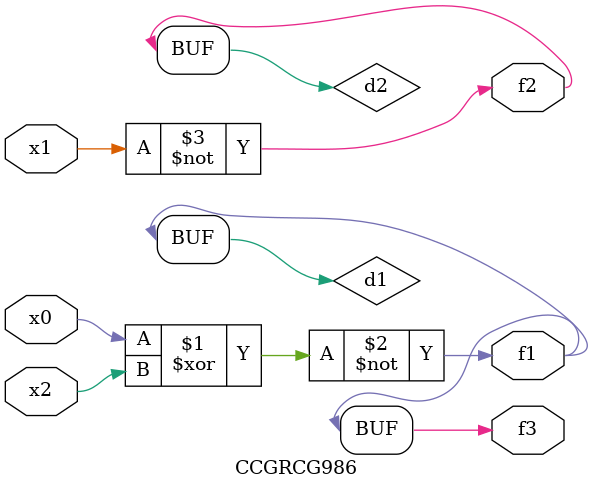
<source format=v>
module CCGRCG986(
	input x0, x1, x2,
	output f1, f2, f3
);

	wire d1, d2, d3;

	xnor (d1, x0, x2);
	nand (d2, x1);
	nor (d3, x1, x2);
	assign f1 = d1;
	assign f2 = d2;
	assign f3 = d1;
endmodule

</source>
